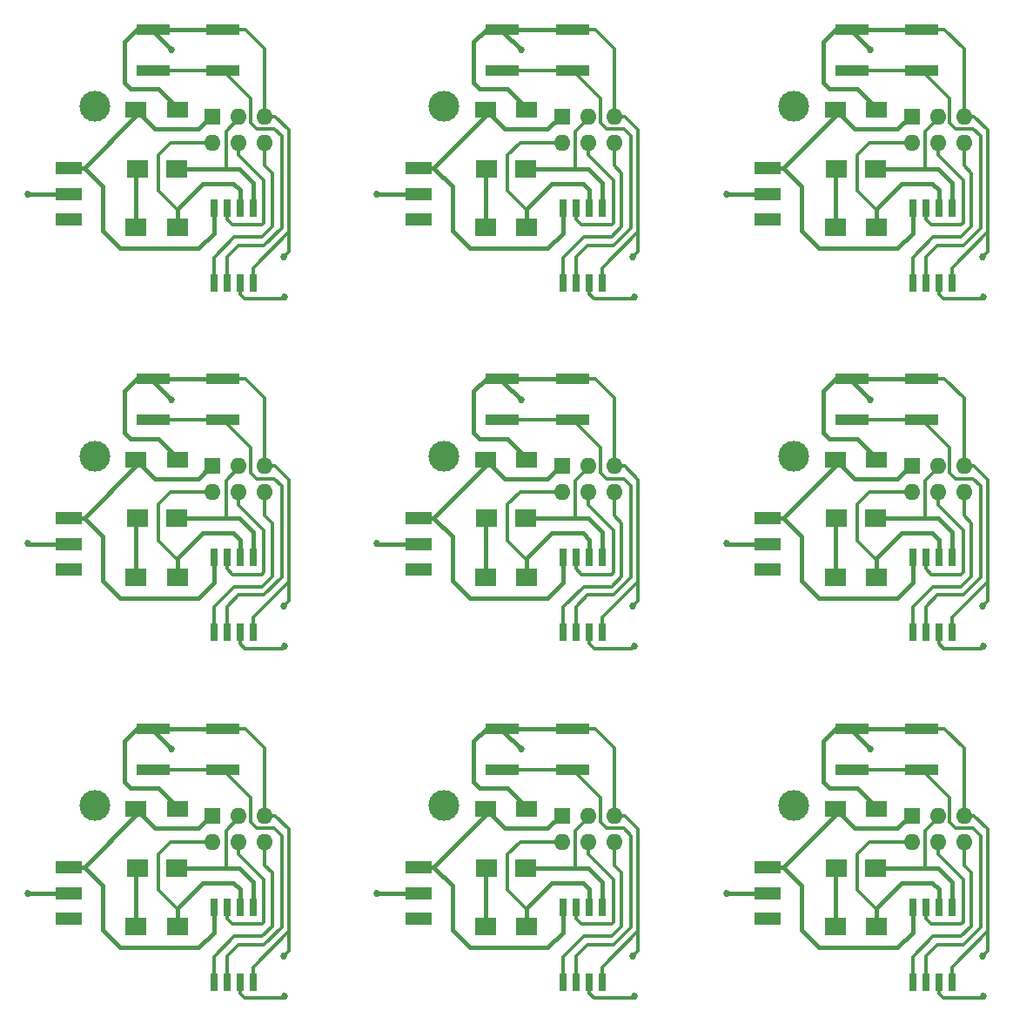
<source format=gtl>
%MOIN*%
%OFA0B0*%
%FSLAX46Y46*%
%IPPOS*%
%LPD*%
%ADD10C,0.0039370078740157488*%
%ADD11O,0.062992125984251982X0.062992125984251982*%
%ADD12R,0.062992125984251982X0.062992125984251982*%
%ADD13R,0.12598425196850396X0.03937007874015748*%
%ADD14R,0.0984251968503937X0.047244094488188976*%
%ADD15R,0.025590551181102365X0.066929133858267723*%
%ADD16R,0.07874015748031496X0.0709*%
%ADD17C,0.11811023622047245*%
%ADD18R,0.07874015748031496X0.062992125984251982*%
%ADD19R,0.07874015748031496X0.066929133858267723*%
%ADD20C,0.027*%
%ADD21C,0.016*%
%ADD22C,0.012000000000000002*%
%ADD33C,0.0039370078740157488*%
%ADD34O,0.062992125984251982X0.062992125984251982*%
%ADD35R,0.062992125984251982X0.062992125984251982*%
%ADD36R,0.12598425196850396X0.03937007874015748*%
%ADD37R,0.0984251968503937X0.047244094488188976*%
%ADD38R,0.025590551181102365X0.066929133858267723*%
%ADD39R,0.07874015748031496X0.0709*%
%ADD40C,0.11811023622047245*%
%ADD41R,0.07874015748031496X0.062992125984251982*%
%ADD42R,0.07874015748031496X0.066929133858267723*%
%ADD43C,0.027*%
%ADD44C,0.016*%
%ADD45C,0.012000000000000002*%
%ADD46C,0.0039370078740157488*%
%ADD47O,0.062992125984251982X0.062992125984251982*%
%ADD48R,0.062992125984251982X0.062992125984251982*%
%ADD49R,0.12598425196850396X0.03937007874015748*%
%ADD50R,0.0984251968503937X0.047244094488188976*%
%ADD51R,0.025590551181102365X0.066929133858267723*%
%ADD52R,0.07874015748031496X0.0709*%
%ADD53C,0.11811023622047245*%
%ADD54R,0.07874015748031496X0.062992125984251982*%
%ADD55R,0.07874015748031496X0.066929133858267723*%
%ADD56C,0.027*%
%ADD57C,0.016*%
%ADD58C,0.012000000000000002*%
%ADD59C,0.0039370078740157488*%
%ADD60O,0.062992125984251982X0.062992125984251982*%
%ADD61R,0.062992125984251982X0.062992125984251982*%
%ADD62R,0.12598425196850396X0.03937007874015748*%
%ADD63R,0.0984251968503937X0.047244094488188976*%
%ADD64R,0.025590551181102365X0.066929133858267723*%
%ADD65R,0.07874015748031496X0.0709*%
%ADD66C,0.11811023622047245*%
%ADD67R,0.07874015748031496X0.062992125984251982*%
%ADD68R,0.07874015748031496X0.066929133858267723*%
%ADD69C,0.027*%
%ADD70C,0.016*%
%ADD71C,0.012000000000000002*%
%ADD72C,0.0039370078740157488*%
%ADD73O,0.062992125984251982X0.062992125984251982*%
%ADD74R,0.062992125984251982X0.062992125984251982*%
%ADD75R,0.12598425196850396X0.03937007874015748*%
%ADD76R,0.0984251968503937X0.047244094488188976*%
%ADD77R,0.025590551181102365X0.066929133858267723*%
%ADD78R,0.07874015748031496X0.0709*%
%ADD79C,0.11811023622047245*%
%ADD80R,0.07874015748031496X0.062992125984251982*%
%ADD81R,0.07874015748031496X0.066929133858267723*%
%ADD82C,0.027*%
%ADD83C,0.016*%
%ADD84C,0.012000000000000002*%
%ADD85C,0.0039370078740157488*%
%ADD86O,0.062992125984251982X0.062992125984251982*%
%ADD87R,0.062992125984251982X0.062992125984251982*%
%ADD88R,0.12598425196850396X0.03937007874015748*%
%ADD89R,0.0984251968503937X0.047244094488188976*%
%ADD90R,0.025590551181102365X0.066929133858267723*%
%ADD91R,0.07874015748031496X0.0709*%
%ADD92C,0.11811023622047245*%
%ADD93R,0.07874015748031496X0.062992125984251982*%
%ADD94R,0.07874015748031496X0.066929133858267723*%
%ADD95C,0.027*%
%ADD96C,0.016*%
%ADD97C,0.012000000000000002*%
%ADD98C,0.0039370078740157488*%
%ADD99O,0.062992125984251982X0.062992125984251982*%
%ADD100R,0.062992125984251982X0.062992125984251982*%
%ADD101R,0.12598425196850396X0.03937007874015748*%
%ADD102R,0.0984251968503937X0.047244094488188976*%
%ADD103R,0.025590551181102365X0.066929133858267723*%
%ADD104R,0.07874015748031496X0.0709*%
%ADD105C,0.11811023622047245*%
%ADD106R,0.07874015748031496X0.062992125984251982*%
%ADD107R,0.07874015748031496X0.066929133858267723*%
%ADD108C,0.027*%
%ADD109C,0.016*%
%ADD110C,0.012000000000000002*%
%ADD111C,0.0039370078740157488*%
%ADD112O,0.062992125984251982X0.062992125984251982*%
%ADD113R,0.062992125984251982X0.062992125984251982*%
%ADD114R,0.12598425196850396X0.03937007874015748*%
%ADD115R,0.0984251968503937X0.047244094488188976*%
%ADD116R,0.025590551181102365X0.066929133858267723*%
%ADD117R,0.07874015748031496X0.0709*%
%ADD118C,0.11811023622047245*%
%ADD119R,0.07874015748031496X0.062992125984251982*%
%ADD120R,0.07874015748031496X0.066929133858267723*%
%ADD121C,0.027*%
%ADD122C,0.016*%
%ADD123C,0.012000000000000002*%
%ADD124C,0.0039370078740157488*%
%ADD125O,0.062992125984251982X0.062992125984251982*%
%ADD126R,0.062992125984251982X0.062992125984251982*%
%ADD127R,0.12598425196850396X0.03937007874015748*%
%ADD128R,0.0984251968503937X0.047244094488188976*%
%ADD129R,0.025590551181102365X0.066929133858267723*%
%ADD130R,0.07874015748031496X0.0709*%
%ADD131C,0.11811023622047245*%
%ADD132R,0.07874015748031496X0.062992125984251982*%
%ADD133R,0.07874015748031496X0.066929133858267723*%
%ADD134C,0.027*%
%ADD135C,0.016*%
%ADD136C,0.012000000000000002*%
G01G01*
D10*
D11*
X-0007414173Y0004104330D02*
X0000925196Y0000629921D03*
D12*
X0000925196Y0000729921D03*
D11*
X0001025196Y0000629921D03*
X0001025196Y0000729921D03*
X0001125196Y0000629921D03*
X0001125196Y0000729921D03*
D13*
X0000696850Y0001062992D03*
X0000696850Y0000905511D03*
X0000964566Y0000905511D03*
X0000964566Y0001062992D03*
D14*
X0000374015Y0000531496D03*
X0000374015Y0000431496D03*
X0000374015Y0000334645D03*
D15*
X0000928936Y0000092519D03*
X0000978936Y0000092519D03*
X0001028936Y0000092519D03*
X0001078936Y0000092519D03*
X0001078936Y0000379921D03*
X0001028936Y0000379921D03*
X0000978936Y0000379921D03*
X0000928936Y0000379921D03*
D16*
X0000785826Y0000529330D03*
X0000635826Y0000529330D03*
D17*
X0000472440Y0000767716D03*
D18*
X0000789566Y0000754330D03*
X0000632086Y0000754330D03*
D19*
X0000632086Y0000304330D03*
X0000789566Y0000304330D03*
D20*
X0000767716Y0000984251D03*
X0001196850Y0000192913D03*
X0000216535Y0000433070D03*
X0001200787Y0000039370D03*
D21*
X0000767716Y0000984251D02*
X0000696850Y0001055118D01*
X0000696850Y0001055118D02*
X0000696850Y0001062992D01*
D22*
X0001216535Y0000212598D02*
X0001216535Y0000287401D01*
X0001196850Y0000192913D02*
X0001216535Y0000212598D01*
D21*
X0000789566Y0000754330D02*
X0000789566Y0000761614D01*
X0000789566Y0000761614D02*
X0000716535Y0000834645D01*
X0000716535Y0000834645D02*
X0000610235Y0000834645D01*
X0000610235Y0000834645D02*
X0000586613Y0000858267D01*
X0000586613Y0000858267D02*
X0000586613Y0001015747D01*
X0000586613Y0001015747D02*
X0000633857Y0001062992D01*
X0000633857Y0001062992D02*
X0000696850Y0001062992D01*
D22*
X0001125196Y0000729921D02*
X0001125196Y0000988976D01*
X0001051180Y0001062992D02*
X0000964566Y0001062992D01*
X0001125196Y0000988976D02*
X0001051180Y0001062992D01*
X0001078936Y0000092519D02*
X0001078936Y0000149803D01*
X0001163779Y0000729921D02*
X0001125196Y0000729921D01*
X0001216535Y0000677165D02*
X0001163779Y0000729921D01*
X0001216535Y0000287401D02*
X0001216535Y0000677165D01*
X0001078936Y0000149803D02*
X0001216535Y0000287401D01*
D21*
X0000964566Y0001062992D02*
X0000696850Y0001062992D01*
X0001078936Y0000092519D02*
X0001078936Y0000114370D01*
X0000928936Y0000379921D02*
X0000928936Y0000283267D01*
X0000503936Y0000460629D02*
X0000433070Y0000531496D01*
X0000503936Y0000291338D02*
X0000503936Y0000460629D01*
X0000570865Y0000224409D02*
X0000503936Y0000291338D01*
X0000870078Y0000224409D02*
X0000570865Y0000224409D01*
X0000928936Y0000283267D02*
X0000870078Y0000224409D01*
X0000925196Y0000729921D02*
X0000918897Y0000729921D01*
X0000918897Y0000729921D02*
X0000870078Y0000681102D01*
X0000870078Y0000681102D02*
X0000705314Y0000681102D01*
X0000705314Y0000681102D02*
X0000632086Y0000754330D01*
X0000374015Y0000531496D02*
X0000433070Y0000531496D01*
X0000433070Y0000531496D02*
X0000632086Y0000730511D01*
X0000632086Y0000730511D02*
X0000632086Y0000754330D01*
X0000218109Y0000431496D02*
X0000374015Y0000431496D01*
X0000216535Y0000433070D02*
X0000218109Y0000431496D01*
X0000632086Y0000304330D02*
X0000632086Y0000525590D01*
X0000632086Y0000525590D02*
X0000635826Y0000529330D01*
D22*
X0000928936Y0000092519D02*
X0000928936Y0000188779D01*
X0001125196Y0000540157D02*
X0001125196Y0000629921D01*
X0001153542Y0000511811D02*
X0001125196Y0000540157D01*
X0001153542Y0000307086D02*
X0001153542Y0000511811D01*
X0001114172Y0000267716D02*
X0001153542Y0000307086D01*
X0001007873Y0000267716D02*
X0001114172Y0000267716D01*
X0000928936Y0000188779D02*
X0001007873Y0000267716D01*
X0000964566Y0000905511D02*
X0000696850Y0000905511D01*
X0000978936Y0000092519D02*
X0000978936Y0000191535D01*
X0001070865Y0000799212D02*
X0000964566Y0000905511D01*
X0001070865Y0000704724D02*
X0001070865Y0000799212D01*
X0001094487Y0000681102D02*
X0001070865Y0000704724D01*
X0001161417Y0000681102D02*
X0001094487Y0000681102D01*
X0001188976Y0000653543D02*
X0001161417Y0000681102D01*
X0001188976Y0000303149D02*
X0001188976Y0000653543D01*
X0001122046Y0000236220D02*
X0001188976Y0000303149D01*
X0001023621Y0000236220D02*
X0001122046Y0000236220D01*
X0000978936Y0000191535D02*
X0001023621Y0000236220D01*
X0001200787Y0000039370D02*
X0001192913Y0000031496D01*
X0001192913Y0000031496D02*
X0001047243Y0000031496D01*
X0001047243Y0000031496D02*
X0001028936Y0000049803D01*
X0001028936Y0000049803D02*
X0001028936Y0000092519D01*
X0001025196Y0000729921D02*
X0001025196Y0000722047D01*
X0001025196Y0000722047D02*
X0000976377Y0000673228D01*
X0000976377Y0000673228D02*
X0000976377Y0000529330D01*
D21*
X0000785826Y0000529330D02*
X0000976377Y0000529330D01*
X0000976377Y0000529330D02*
X0001025787Y0000529330D01*
X0001078936Y0000476181D02*
X0001078936Y0000379921D01*
X0001025787Y0000529330D02*
X0001078936Y0000476181D01*
D22*
X0000789566Y0000304330D02*
X0000789566Y0000371850D01*
X0000763779Y0000629921D02*
X0000925196Y0000629921D01*
X0000716535Y0000582677D02*
X0000763779Y0000629921D01*
X0000716535Y0000444881D02*
X0000716535Y0000582677D01*
X0000789566Y0000371850D02*
X0000716535Y0000444881D01*
D21*
X0001028936Y0000379921D02*
X0001028936Y0000447440D01*
X0000789566Y0000376181D02*
X0000789566Y0000304330D01*
X0000885826Y0000472440D02*
X0000789566Y0000376181D01*
X0001003936Y0000472440D02*
X0000885826Y0000472440D01*
X0001028936Y0000447440D02*
X0001003936Y0000472440D01*
D22*
X0000978936Y0000379921D02*
X0000978936Y0000336023D01*
X0001025196Y0000581102D02*
X0001025196Y0000629921D01*
X0001122046Y0000484251D02*
X0001025196Y0000581102D01*
X0001122046Y0000322834D02*
X0001122046Y0000484251D01*
X0001114172Y0000314960D02*
X0001122046Y0000322834D01*
X0000999999Y0000314960D02*
X0001114172Y0000314960D01*
X0000978936Y0000336023D02*
X0000999999Y0000314960D01*
G04 next file*
G04 #@! TF.FileFunction,Copper,L1,Top,Signal*
G04 Gerber Fmt 4.6, Leading zero omitted, Abs format (unit mm)*
G04 Created by KiCad (PCBNEW 4.0.7) date 01/30/18 20:10:09*
G01G01*
G04 APERTURE LIST*
G04 APERTURE END LIST*
D33*
D34*
X-0007414173Y0005442913D02*
X0000925196Y0001968503D03*
D35*
X0000925196Y0002068503D03*
D34*
X0001025196Y0001968503D03*
X0001025196Y0002068503D03*
X0001125196Y0001968503D03*
X0001125196Y0002068503D03*
D36*
X0000696850Y0002401574D03*
X0000696850Y0002244094D03*
X0000964566Y0002244094D03*
X0000964566Y0002401574D03*
D37*
X0000374015Y0001870078D03*
X0000374015Y0001770078D03*
X0000374015Y0001673228D03*
D38*
X0000928936Y0001431102D03*
X0000978936Y0001431102D03*
X0001028936Y0001431102D03*
X0001078936Y0001431102D03*
X0001078936Y0001718503D03*
X0001028936Y0001718503D03*
X0000978936Y0001718503D03*
X0000928936Y0001718503D03*
D39*
X0000785826Y0001867913D03*
X0000635826Y0001867913D03*
D40*
X0000472440Y0002106299D03*
D41*
X0000789566Y0002092913D03*
X0000632086Y0002092913D03*
D42*
X0000632086Y0001642913D03*
X0000789566Y0001642913D03*
D43*
X0000767716Y0002322834D03*
X0001196850Y0001531496D03*
X0000216535Y0001771653D03*
X0001200787Y0001377952D03*
D44*
X0000767716Y0002322834D02*
X0000696850Y0002393700D01*
X0000696850Y0002393700D02*
X0000696850Y0002401574D01*
D45*
X0001216535Y0001551181D02*
X0001216535Y0001625984D01*
X0001196850Y0001531496D02*
X0001216535Y0001551181D01*
D44*
X0000789566Y0002092913D02*
X0000789566Y0002100196D01*
X0000789566Y0002100196D02*
X0000716535Y0002173228D01*
X0000716535Y0002173228D02*
X0000610235Y0002173228D01*
X0000610235Y0002173228D02*
X0000586613Y0002196850D01*
X0000586613Y0002196850D02*
X0000586613Y0002354330D01*
X0000586613Y0002354330D02*
X0000633857Y0002401574D01*
X0000633857Y0002401574D02*
X0000696850Y0002401574D01*
D45*
X0001125196Y0002068503D02*
X0001125196Y0002327559D01*
X0001051180Y0002401574D02*
X0000964566Y0002401574D01*
X0001125196Y0002327559D02*
X0001051180Y0002401574D01*
X0001078936Y0001431102D02*
X0001078936Y0001488385D01*
X0001163779Y0002068503D02*
X0001125196Y0002068503D01*
X0001216535Y0002015748D02*
X0001163779Y0002068503D01*
X0001216535Y0001625984D02*
X0001216535Y0002015748D01*
X0001078936Y0001488385D02*
X0001216535Y0001625984D01*
D44*
X0000964566Y0002401574D02*
X0000696850Y0002401574D01*
X0001078936Y0001431102D02*
X0001078936Y0001452952D01*
X0000928936Y0001718503D02*
X0000928936Y0001621850D01*
X0000503936Y0001799212D02*
X0000433070Y0001870078D01*
X0000503936Y0001629921D02*
X0000503936Y0001799212D01*
X0000570865Y0001562992D02*
X0000503936Y0001629921D01*
X0000870078Y0001562992D02*
X0000570865Y0001562992D01*
X0000928936Y0001621850D02*
X0000870078Y0001562992D01*
X0000925196Y0002068503D02*
X0000918897Y0002068503D01*
X0000918897Y0002068503D02*
X0000870078Y0002019685D01*
X0000870078Y0002019685D02*
X0000705314Y0002019685D01*
X0000705314Y0002019685D02*
X0000632086Y0002092913D01*
X0000374015Y0001870078D02*
X0000433070Y0001870078D01*
X0000433070Y0001870078D02*
X0000632086Y0002069094D01*
X0000632086Y0002069094D02*
X0000632086Y0002092913D01*
X0000218109Y0001770078D02*
X0000374015Y0001770078D01*
X0000216535Y0001771653D02*
X0000218109Y0001770078D01*
X0000632086Y0001642913D02*
X0000632086Y0001864173D01*
X0000632086Y0001864173D02*
X0000635826Y0001867913D01*
D45*
X0000928936Y0001431102D02*
X0000928936Y0001527362D01*
X0001125196Y0001878740D02*
X0001125196Y0001968503D01*
X0001153542Y0001850393D02*
X0001125196Y0001878740D01*
X0001153542Y0001645669D02*
X0001153542Y0001850393D01*
X0001114172Y0001606299D02*
X0001153542Y0001645669D01*
X0001007873Y0001606299D02*
X0001114172Y0001606299D01*
X0000928936Y0001527362D02*
X0001007873Y0001606299D01*
X0000964566Y0002244094D02*
X0000696850Y0002244094D01*
X0000978936Y0001431102D02*
X0000978936Y0001530118D01*
X0001070865Y0002137795D02*
X0000964566Y0002244094D01*
X0001070865Y0002043307D02*
X0001070865Y0002137795D01*
X0001094487Y0002019685D02*
X0001070865Y0002043307D01*
X0001161417Y0002019685D02*
X0001094487Y0002019685D01*
X0001188976Y0001992125D02*
X0001161417Y0002019685D01*
X0001188976Y0001641732D02*
X0001188976Y0001992125D01*
X0001122046Y0001574803D02*
X0001188976Y0001641732D01*
X0001023621Y0001574803D02*
X0001122046Y0001574803D01*
X0000978936Y0001530118D02*
X0001023621Y0001574803D01*
X0001200787Y0001377952D02*
X0001192913Y0001370078D01*
X0001192913Y0001370078D02*
X0001047243Y0001370078D01*
X0001047243Y0001370078D02*
X0001028936Y0001388385D01*
X0001028936Y0001388385D02*
X0001028936Y0001431102D01*
X0001025196Y0002068503D02*
X0001025196Y0002060629D01*
X0001025196Y0002060629D02*
X0000976377Y0002011810D01*
X0000976377Y0002011810D02*
X0000976377Y0001867913D01*
D44*
X0000785826Y0001867913D02*
X0000976377Y0001867913D01*
X0000976377Y0001867913D02*
X0001025787Y0001867913D01*
X0001078936Y0001814763D02*
X0001078936Y0001718503D01*
X0001025787Y0001867913D02*
X0001078936Y0001814763D01*
D45*
X0000789566Y0001642913D02*
X0000789566Y0001710433D01*
X0000763779Y0001968503D02*
X0000925196Y0001968503D01*
X0000716535Y0001921259D02*
X0000763779Y0001968503D01*
X0000716535Y0001783464D02*
X0000716535Y0001921259D01*
X0000789566Y0001710433D02*
X0000716535Y0001783464D01*
D44*
X0001028936Y0001718503D02*
X0001028936Y0001786023D01*
X0000789566Y0001714763D02*
X0000789566Y0001642913D01*
X0000885826Y0001811023D02*
X0000789566Y0001714763D01*
X0001003936Y0001811023D02*
X0000885826Y0001811023D01*
X0001028936Y0001786023D02*
X0001003936Y0001811023D01*
D45*
X0000978936Y0001718503D02*
X0000978936Y0001674606D01*
X0001025196Y0001919685D02*
X0001025196Y0001968503D01*
X0001122046Y0001822834D02*
X0001025196Y0001919685D01*
X0001122046Y0001661417D02*
X0001122046Y0001822834D01*
X0001114172Y0001653543D02*
X0001122046Y0001661417D01*
X0000999999Y0001653543D02*
X0001114172Y0001653543D01*
X0000978936Y0001674606D02*
X0000999999Y0001653543D01*
G04 next file*
G04 #@! TF.FileFunction,Copper,L1,Top,Signal*
G04 Gerber Fmt 4.6, Leading zero omitted, Abs format (unit mm)*
G04 Created by KiCad (PCBNEW 4.0.7) date 01/30/18 20:10:09*
G01G01*
G04 APERTURE LIST*
G04 APERTURE END LIST*
D46*
D47*
X-0007414173Y0006781496D02*
X0000925196Y0003307086D03*
D48*
X0000925196Y0003407086D03*
D47*
X0001025196Y0003307086D03*
X0001025196Y0003407086D03*
X0001125196Y0003307086D03*
X0001125196Y0003407086D03*
D49*
X0000696850Y0003740157D03*
X0000696850Y0003582677D03*
X0000964566Y0003582677D03*
X0000964566Y0003740157D03*
D50*
X0000374015Y0003208661D03*
X0000374015Y0003108661D03*
X0000374015Y0003011811D03*
D51*
X0000928936Y0002769685D03*
X0000978936Y0002769685D03*
X0001028936Y0002769685D03*
X0001078936Y0002769685D03*
X0001078936Y0003057086D03*
X0001028936Y0003057086D03*
X0000978936Y0003057086D03*
X0000928936Y0003057086D03*
D52*
X0000785826Y0003206496D03*
X0000635826Y0003206496D03*
D53*
X0000472440Y0003444881D03*
D54*
X0000789566Y0003431496D03*
X0000632086Y0003431496D03*
D55*
X0000632086Y0002981496D03*
X0000789566Y0002981496D03*
D56*
X0000767716Y0003661417D03*
X0001196850Y0002870078D03*
X0000216535Y0003110236D03*
X0001200787Y0002716535D03*
D57*
X0000767716Y0003661417D02*
X0000696850Y0003732283D01*
X0000696850Y0003732283D02*
X0000696850Y0003740157D01*
D58*
X0001216535Y0002889763D02*
X0001216535Y0002964566D01*
X0001196850Y0002870078D02*
X0001216535Y0002889763D01*
D57*
X0000789566Y0003431496D02*
X0000789566Y0003438779D01*
X0000789566Y0003438779D02*
X0000716535Y0003511811D01*
X0000716535Y0003511811D02*
X0000610235Y0003511811D01*
X0000610235Y0003511811D02*
X0000586613Y0003535433D01*
X0000586613Y0003535433D02*
X0000586613Y0003692913D01*
X0000586613Y0003692913D02*
X0000633857Y0003740157D01*
X0000633857Y0003740157D02*
X0000696850Y0003740157D01*
D58*
X0001125196Y0003407086D02*
X0001125196Y0003666141D01*
X0001051180Y0003740157D02*
X0000964566Y0003740157D01*
X0001125196Y0003666141D02*
X0001051180Y0003740157D01*
X0001078936Y0002769685D02*
X0001078936Y0002826968D01*
X0001163779Y0003407086D02*
X0001125196Y0003407086D01*
X0001216535Y0003354330D02*
X0001163779Y0003407086D01*
X0001216535Y0002964566D02*
X0001216535Y0003354330D01*
X0001078936Y0002826968D02*
X0001216535Y0002964566D01*
D57*
X0000964566Y0003740157D02*
X0000696850Y0003740157D01*
X0001078936Y0002769685D02*
X0001078936Y0002791535D01*
X0000928936Y0003057086D02*
X0000928936Y0002960433D01*
X0000503936Y0003137795D02*
X0000433070Y0003208661D01*
X0000503936Y0002968503D02*
X0000503936Y0003137795D01*
X0000570865Y0002901574D02*
X0000503936Y0002968503D01*
X0000870078Y0002901574D02*
X0000570865Y0002901574D01*
X0000928936Y0002960433D02*
X0000870078Y0002901574D01*
X0000925196Y0003407086D02*
X0000918897Y0003407086D01*
X0000918897Y0003407086D02*
X0000870078Y0003358267D01*
X0000870078Y0003358267D02*
X0000705314Y0003358267D01*
X0000705314Y0003358267D02*
X0000632086Y0003431496D01*
X0000374015Y0003208661D02*
X0000433070Y0003208661D01*
X0000433070Y0003208661D02*
X0000632086Y0003407677D01*
X0000632086Y0003407677D02*
X0000632086Y0003431496D01*
X0000218109Y0003108661D02*
X0000374015Y0003108661D01*
X0000216535Y0003110236D02*
X0000218109Y0003108661D01*
X0000632086Y0002981496D02*
X0000632086Y0003202755D01*
X0000632086Y0003202755D02*
X0000635826Y0003206496D01*
D58*
X0000928936Y0002769685D02*
X0000928936Y0002865944D01*
X0001125196Y0003217322D02*
X0001125196Y0003307086D01*
X0001153542Y0003188976D02*
X0001125196Y0003217322D01*
X0001153542Y0002984251D02*
X0001153542Y0003188976D01*
X0001114172Y0002944881D02*
X0001153542Y0002984251D01*
X0001007873Y0002944881D02*
X0001114172Y0002944881D01*
X0000928936Y0002865944D02*
X0001007873Y0002944881D01*
X0000964566Y0003582677D02*
X0000696850Y0003582677D01*
X0000978936Y0002769685D02*
X0000978936Y0002868700D01*
X0001070865Y0003476377D02*
X0000964566Y0003582677D01*
X0001070865Y0003381889D02*
X0001070865Y0003476377D01*
X0001094487Y0003358267D02*
X0001070865Y0003381889D01*
X0001161417Y0003358267D02*
X0001094487Y0003358267D01*
X0001188976Y0003330708D02*
X0001161417Y0003358267D01*
X0001188976Y0002980314D02*
X0001188976Y0003330708D01*
X0001122046Y0002913385D02*
X0001188976Y0002980314D01*
X0001023621Y0002913385D02*
X0001122046Y0002913385D01*
X0000978936Y0002868700D02*
X0001023621Y0002913385D01*
X0001200787Y0002716535D02*
X0001192913Y0002708661D01*
X0001192913Y0002708661D02*
X0001047243Y0002708661D01*
X0001047243Y0002708661D02*
X0001028936Y0002726968D01*
X0001028936Y0002726968D02*
X0001028936Y0002769685D01*
X0001025196Y0003407086D02*
X0001025196Y0003399212D01*
X0001025196Y0003399212D02*
X0000976377Y0003350393D01*
X0000976377Y0003350393D02*
X0000976377Y0003206496D01*
D57*
X0000785826Y0003206496D02*
X0000976377Y0003206496D01*
X0000976377Y0003206496D02*
X0001025787Y0003206496D01*
X0001078936Y0003153346D02*
X0001078936Y0003057086D01*
X0001025787Y0003206496D02*
X0001078936Y0003153346D01*
D58*
X0000789566Y0002981496D02*
X0000789566Y0003049015D01*
X0000763779Y0003307086D02*
X0000925196Y0003307086D01*
X0000716535Y0003259842D02*
X0000763779Y0003307086D01*
X0000716535Y0003122047D02*
X0000716535Y0003259842D01*
X0000789566Y0003049015D02*
X0000716535Y0003122047D01*
D57*
X0001028936Y0003057086D02*
X0001028936Y0003124606D01*
X0000789566Y0003053346D02*
X0000789566Y0002981496D01*
X0000885826Y0003149606D02*
X0000789566Y0003053346D01*
X0001003936Y0003149606D02*
X0000885826Y0003149606D01*
X0001028936Y0003124606D02*
X0001003936Y0003149606D01*
D58*
X0000978936Y0003057086D02*
X0000978936Y0003013188D01*
X0001025196Y0003258267D02*
X0001025196Y0003307086D01*
X0001122046Y0003161417D02*
X0001025196Y0003258267D01*
X0001122046Y0003000000D02*
X0001122046Y0003161417D01*
X0001114172Y0002992125D02*
X0001122046Y0003000000D01*
X0000999999Y0002992125D02*
X0001114172Y0002992125D01*
X0000978936Y0003013188D02*
X0000999999Y0002992125D01*
G04 next file*
G04 #@! TF.FileFunction,Copper,L1,Top,Signal*
G04 Gerber Fmt 4.6, Leading zero omitted, Abs format (unit mm)*
G04 Created by KiCad (PCBNEW 4.0.7) date 01/30/18 20:10:09*
G01G01*
G04 APERTURE LIST*
G04 APERTURE END LIST*
D59*
D60*
X-0006075590Y0004104330D02*
X0002263779Y0000629921D03*
D61*
X0002263779Y0000729921D03*
D60*
X0002363779Y0000629921D03*
X0002363779Y0000729921D03*
X0002463779Y0000629921D03*
X0002463779Y0000729921D03*
D62*
X0002035432Y0001062992D03*
X0002035432Y0000905511D03*
X0002303149Y0000905511D03*
X0002303149Y0001062992D03*
D63*
X0001712598Y0000531496D03*
X0001712598Y0000431496D03*
X0001712598Y0000334645D03*
D64*
X0002267519Y0000092519D03*
X0002317519Y0000092519D03*
X0002367519Y0000092519D03*
X0002417519Y0000092519D03*
X0002417519Y0000379921D03*
X0002367519Y0000379921D03*
X0002317519Y0000379921D03*
X0002267519Y0000379921D03*
D65*
X0002124409Y0000529330D03*
X0001974409Y0000529330D03*
D66*
X0001811023Y0000767716D03*
D67*
X0002128149Y0000754330D03*
X0001970668Y0000754330D03*
D68*
X0001970668Y0000304330D03*
X0002128149Y0000304330D03*
D69*
X0002106298Y0000984251D03*
X0002535432Y0000192913D03*
X0001555117Y0000433070D03*
X0002539369Y0000039370D03*
D70*
X0002106298Y0000984251D02*
X0002035432Y0001055118D01*
X0002035432Y0001055118D02*
X0002035432Y0001062992D01*
D71*
X0002555117Y0000212598D02*
X0002555117Y0000287401D01*
X0002535432Y0000192913D02*
X0002555117Y0000212598D01*
D70*
X0002128149Y0000754330D02*
X0002128149Y0000761614D01*
X0002128149Y0000761614D02*
X0002055117Y0000834645D01*
X0002055117Y0000834645D02*
X0001948818Y0000834645D01*
X0001948818Y0000834645D02*
X0001925196Y0000858267D01*
X0001925196Y0000858267D02*
X0001925196Y0001015747D01*
X0001925196Y0001015747D02*
X0001972440Y0001062992D01*
X0001972440Y0001062992D02*
X0002035432Y0001062992D01*
D71*
X0002463779Y0000729921D02*
X0002463779Y0000988976D01*
X0002389763Y0001062992D02*
X0002303149Y0001062992D01*
X0002463779Y0000988976D02*
X0002389763Y0001062992D01*
X0002417519Y0000092519D02*
X0002417519Y0000149803D01*
X0002502361Y0000729921D02*
X0002463779Y0000729921D01*
X0002555117Y0000677165D02*
X0002502361Y0000729921D01*
X0002555117Y0000287401D02*
X0002555117Y0000677165D01*
X0002417519Y0000149803D02*
X0002555117Y0000287401D01*
D70*
X0002303149Y0001062992D02*
X0002035432Y0001062992D01*
X0002417519Y0000092519D02*
X0002417519Y0000114370D01*
X0002267519Y0000379921D02*
X0002267519Y0000283267D01*
X0001842519Y0000460629D02*
X0001771653Y0000531496D01*
X0001842519Y0000291338D02*
X0001842519Y0000460629D01*
X0001909448Y0000224409D02*
X0001842519Y0000291338D01*
X0002208661Y0000224409D02*
X0001909448Y0000224409D01*
X0002267519Y0000283267D02*
X0002208661Y0000224409D01*
X0002263779Y0000729921D02*
X0002257480Y0000729921D01*
X0002257480Y0000729921D02*
X0002208661Y0000681102D01*
X0002208661Y0000681102D02*
X0002043897Y0000681102D01*
X0002043897Y0000681102D02*
X0001970668Y0000754330D01*
X0001712598Y0000531496D02*
X0001771653Y0000531496D01*
X0001771653Y0000531496D02*
X0001970668Y0000730511D01*
X0001970668Y0000730511D02*
X0001970668Y0000754330D01*
X0001556692Y0000431496D02*
X0001712598Y0000431496D01*
X0001555117Y0000433070D02*
X0001556692Y0000431496D01*
X0001970668Y0000304330D02*
X0001970668Y0000525590D01*
X0001970668Y0000525590D02*
X0001974409Y0000529330D01*
D71*
X0002267519Y0000092519D02*
X0002267519Y0000188779D01*
X0002463779Y0000540157D02*
X0002463779Y0000629921D01*
X0002492125Y0000511811D02*
X0002463779Y0000540157D01*
X0002492125Y0000307086D02*
X0002492125Y0000511811D01*
X0002452755Y0000267716D02*
X0002492125Y0000307086D01*
X0002346456Y0000267716D02*
X0002452755Y0000267716D01*
X0002267519Y0000188779D02*
X0002346456Y0000267716D01*
X0002303149Y0000905511D02*
X0002035432Y0000905511D01*
X0002317519Y0000092519D02*
X0002317519Y0000191535D01*
X0002409448Y0000799212D02*
X0002303149Y0000905511D01*
X0002409448Y0000704724D02*
X0002409448Y0000799212D01*
X0002433070Y0000681102D02*
X0002409448Y0000704724D01*
X0002499999Y0000681102D02*
X0002433070Y0000681102D01*
X0002527558Y0000653543D02*
X0002499999Y0000681102D01*
X0002527558Y0000303149D02*
X0002527558Y0000653543D01*
X0002460629Y0000236220D02*
X0002527558Y0000303149D01*
X0002362204Y0000236220D02*
X0002460629Y0000236220D01*
X0002317519Y0000191535D02*
X0002362204Y0000236220D01*
X0002539369Y0000039370D02*
X0002531495Y0000031496D01*
X0002531495Y0000031496D02*
X0002385826Y0000031496D01*
X0002385826Y0000031496D02*
X0002367519Y0000049803D01*
X0002367519Y0000049803D02*
X0002367519Y0000092519D01*
X0002363779Y0000729921D02*
X0002363779Y0000722047D01*
X0002363779Y0000722047D02*
X0002314960Y0000673228D01*
X0002314960Y0000673228D02*
X0002314960Y0000529330D01*
D70*
X0002124409Y0000529330D02*
X0002314960Y0000529330D01*
X0002314960Y0000529330D02*
X0002364369Y0000529330D01*
X0002417519Y0000476181D02*
X0002417519Y0000379921D01*
X0002364369Y0000529330D02*
X0002417519Y0000476181D01*
D71*
X0002128149Y0000304330D02*
X0002128149Y0000371850D01*
X0002102361Y0000629921D02*
X0002263779Y0000629921D01*
X0002055117Y0000582677D02*
X0002102361Y0000629921D01*
X0002055117Y0000444881D02*
X0002055117Y0000582677D01*
X0002128149Y0000371850D02*
X0002055117Y0000444881D01*
D70*
X0002367519Y0000379921D02*
X0002367519Y0000447440D01*
X0002128149Y0000376181D02*
X0002128149Y0000304330D01*
X0002224409Y0000472440D02*
X0002128149Y0000376181D01*
X0002342519Y0000472440D02*
X0002224409Y0000472440D01*
X0002367519Y0000447440D02*
X0002342519Y0000472440D01*
D71*
X0002317519Y0000379921D02*
X0002317519Y0000336023D01*
X0002363779Y0000581102D02*
X0002363779Y0000629921D01*
X0002460629Y0000484251D02*
X0002363779Y0000581102D01*
X0002460629Y0000322834D02*
X0002460629Y0000484251D01*
X0002452755Y0000314960D02*
X0002460629Y0000322834D01*
X0002338582Y0000314960D02*
X0002452755Y0000314960D01*
X0002317519Y0000336023D02*
X0002338582Y0000314960D01*
G04 next file*
G04 #@! TF.FileFunction,Copper,L1,Top,Signal*
G04 Gerber Fmt 4.6, Leading zero omitted, Abs format (unit mm)*
G04 Created by KiCad (PCBNEW 4.0.7) date 01/30/18 20:10:09*
G01G01*
G04 APERTURE LIST*
G04 APERTURE END LIST*
D72*
D73*
X-0004737007Y0004104330D02*
X0003602362Y0000629921D03*
D74*
X0003602362Y0000729921D03*
D73*
X0003702362Y0000629921D03*
X0003702362Y0000729921D03*
X0003802362Y0000629921D03*
X0003802362Y0000729921D03*
D75*
X0003374015Y0001062992D03*
X0003374015Y0000905511D03*
X0003641732Y0000905511D03*
X0003641732Y0001062992D03*
D76*
X0003051181Y0000531496D03*
X0003051181Y0000431496D03*
X0003051181Y0000334645D03*
D77*
X0003606102Y0000092519D03*
X0003656102Y0000092519D03*
X0003706102Y0000092519D03*
X0003756102Y0000092519D03*
X0003756102Y0000379921D03*
X0003706102Y0000379921D03*
X0003656102Y0000379921D03*
X0003606102Y0000379921D03*
D78*
X0003462992Y0000529330D03*
X0003312992Y0000529330D03*
D79*
X0003149606Y0000767716D03*
D80*
X0003466732Y0000754330D03*
X0003309251Y0000754330D03*
D81*
X0003309251Y0000304330D03*
X0003466732Y0000304330D03*
D82*
X0003444881Y0000984251D03*
X0003874015Y0000192913D03*
X0002893700Y0000433070D03*
X0003877952Y0000039370D03*
D83*
X0003444881Y0000984251D02*
X0003374015Y0001055118D01*
X0003374015Y0001055118D02*
X0003374015Y0001062992D01*
D84*
X0003893700Y0000212598D02*
X0003893700Y0000287401D01*
X0003874015Y0000192913D02*
X0003893700Y0000212598D01*
D83*
X0003466732Y0000754330D02*
X0003466732Y0000761614D01*
X0003466732Y0000761614D02*
X0003393700Y0000834645D01*
X0003393700Y0000834645D02*
X0003287401Y0000834645D01*
X0003287401Y0000834645D02*
X0003263779Y0000858267D01*
X0003263779Y0000858267D02*
X0003263779Y0001015747D01*
X0003263779Y0001015747D02*
X0003311023Y0001062992D01*
X0003311023Y0001062992D02*
X0003374015Y0001062992D01*
D84*
X0003802362Y0000729921D02*
X0003802362Y0000988976D01*
X0003728346Y0001062992D02*
X0003641732Y0001062992D01*
X0003802362Y0000988976D02*
X0003728346Y0001062992D01*
X0003756102Y0000092519D02*
X0003756102Y0000149803D01*
X0003840944Y0000729921D02*
X0003802362Y0000729921D01*
X0003893700Y0000677165D02*
X0003840944Y0000729921D01*
X0003893700Y0000287401D02*
X0003893700Y0000677165D01*
X0003756102Y0000149803D02*
X0003893700Y0000287401D01*
D83*
X0003641732Y0001062992D02*
X0003374015Y0001062992D01*
X0003756102Y0000092519D02*
X0003756102Y0000114370D01*
X0003606102Y0000379921D02*
X0003606102Y0000283267D01*
X0003181102Y0000460629D02*
X0003110236Y0000531496D01*
X0003181102Y0000291338D02*
X0003181102Y0000460629D01*
X0003248031Y0000224409D02*
X0003181102Y0000291338D01*
X0003547244Y0000224409D02*
X0003248031Y0000224409D01*
X0003606102Y0000283267D02*
X0003547244Y0000224409D01*
X0003602362Y0000729921D02*
X0003596062Y0000729921D01*
X0003596062Y0000729921D02*
X0003547244Y0000681102D01*
X0003547244Y0000681102D02*
X0003382480Y0000681102D01*
X0003382480Y0000681102D02*
X0003309251Y0000754330D01*
X0003051181Y0000531496D02*
X0003110236Y0000531496D01*
X0003110236Y0000531496D02*
X0003309251Y0000730511D01*
X0003309251Y0000730511D02*
X0003309251Y0000754330D01*
X0002895275Y0000431496D02*
X0003051181Y0000431496D01*
X0002893700Y0000433070D02*
X0002895275Y0000431496D01*
X0003309251Y0000304330D02*
X0003309251Y0000525590D01*
X0003309251Y0000525590D02*
X0003312992Y0000529330D01*
D84*
X0003606102Y0000092519D02*
X0003606102Y0000188779D01*
X0003802362Y0000540157D02*
X0003802362Y0000629921D01*
X0003830708Y0000511811D02*
X0003802362Y0000540157D01*
X0003830708Y0000307086D02*
X0003830708Y0000511811D01*
X0003791338Y0000267716D02*
X0003830708Y0000307086D01*
X0003685039Y0000267716D02*
X0003791338Y0000267716D01*
X0003606102Y0000188779D02*
X0003685039Y0000267716D01*
X0003641732Y0000905511D02*
X0003374015Y0000905511D01*
X0003656102Y0000092519D02*
X0003656102Y0000191535D01*
X0003748031Y0000799212D02*
X0003641732Y0000905511D01*
X0003748031Y0000704724D02*
X0003748031Y0000799212D01*
X0003771653Y0000681102D02*
X0003748031Y0000704724D01*
X0003838582Y0000681102D02*
X0003771653Y0000681102D01*
X0003866141Y0000653543D02*
X0003838582Y0000681102D01*
X0003866141Y0000303149D02*
X0003866141Y0000653543D01*
X0003799212Y0000236220D02*
X0003866141Y0000303149D01*
X0003700787Y0000236220D02*
X0003799212Y0000236220D01*
X0003656102Y0000191535D02*
X0003700787Y0000236220D01*
X0003877952Y0000039370D02*
X0003870078Y0000031496D01*
X0003870078Y0000031496D02*
X0003724409Y0000031496D01*
X0003724409Y0000031496D02*
X0003706102Y0000049803D01*
X0003706102Y0000049803D02*
X0003706102Y0000092519D01*
X0003702362Y0000729921D02*
X0003702362Y0000722047D01*
X0003702362Y0000722047D02*
X0003653543Y0000673228D01*
X0003653543Y0000673228D02*
X0003653543Y0000529330D01*
D83*
X0003462992Y0000529330D02*
X0003653543Y0000529330D01*
X0003653543Y0000529330D02*
X0003702952Y0000529330D01*
X0003756102Y0000476181D02*
X0003756102Y0000379921D01*
X0003702952Y0000529330D02*
X0003756102Y0000476181D01*
D84*
X0003466732Y0000304330D02*
X0003466732Y0000371850D01*
X0003440944Y0000629921D02*
X0003602362Y0000629921D01*
X0003393700Y0000582677D02*
X0003440944Y0000629921D01*
X0003393700Y0000444881D02*
X0003393700Y0000582677D01*
X0003466732Y0000371850D02*
X0003393700Y0000444881D01*
D83*
X0003706102Y0000379921D02*
X0003706102Y0000447440D01*
X0003466732Y0000376181D02*
X0003466732Y0000304330D01*
X0003562992Y0000472440D02*
X0003466732Y0000376181D01*
X0003681102Y0000472440D02*
X0003562992Y0000472440D01*
X0003706102Y0000447440D02*
X0003681102Y0000472440D01*
D84*
X0003656102Y0000379921D02*
X0003656102Y0000336023D01*
X0003702362Y0000581102D02*
X0003702362Y0000629921D01*
X0003799212Y0000484251D02*
X0003702362Y0000581102D01*
X0003799212Y0000322834D02*
X0003799212Y0000484251D01*
X0003791338Y0000314960D02*
X0003799212Y0000322834D01*
X0003677165Y0000314960D02*
X0003791338Y0000314960D01*
X0003656102Y0000336023D02*
X0003677165Y0000314960D01*
G04 next file*
G04 #@! TF.FileFunction,Copper,L1,Top,Signal*
G04 Gerber Fmt 4.6, Leading zero omitted, Abs format (unit mm)*
G04 Created by KiCad (PCBNEW 4.0.7) date 01/30/18 20:10:09*
G01G01*
G04 APERTURE LIST*
G04 APERTURE END LIST*
D85*
D86*
X-0006075590Y0005442913D02*
X0002263779Y0001968503D03*
D87*
X0002263779Y0002068503D03*
D86*
X0002363779Y0001968503D03*
X0002363779Y0002068503D03*
X0002463779Y0001968503D03*
X0002463779Y0002068503D03*
D88*
X0002035432Y0002401574D03*
X0002035432Y0002244094D03*
X0002303149Y0002244094D03*
X0002303149Y0002401574D03*
D89*
X0001712598Y0001870078D03*
X0001712598Y0001770078D03*
X0001712598Y0001673228D03*
D90*
X0002267519Y0001431102D03*
X0002317519Y0001431102D03*
X0002367519Y0001431102D03*
X0002417519Y0001431102D03*
X0002417519Y0001718503D03*
X0002367519Y0001718503D03*
X0002317519Y0001718503D03*
X0002267519Y0001718503D03*
D91*
X0002124409Y0001867913D03*
X0001974409Y0001867913D03*
D92*
X0001811023Y0002106299D03*
D93*
X0002128149Y0002092913D03*
X0001970668Y0002092913D03*
D94*
X0001970668Y0001642913D03*
X0002128149Y0001642913D03*
D95*
X0002106298Y0002322834D03*
X0002535432Y0001531496D03*
X0001555117Y0001771653D03*
X0002539369Y0001377952D03*
D96*
X0002106298Y0002322834D02*
X0002035432Y0002393700D01*
X0002035432Y0002393700D02*
X0002035432Y0002401574D01*
D97*
X0002555117Y0001551181D02*
X0002555117Y0001625984D01*
X0002535432Y0001531496D02*
X0002555117Y0001551181D01*
D96*
X0002128149Y0002092913D02*
X0002128149Y0002100196D01*
X0002128149Y0002100196D02*
X0002055117Y0002173228D01*
X0002055117Y0002173228D02*
X0001948818Y0002173228D01*
X0001948818Y0002173228D02*
X0001925196Y0002196850D01*
X0001925196Y0002196850D02*
X0001925196Y0002354330D01*
X0001925196Y0002354330D02*
X0001972440Y0002401574D01*
X0001972440Y0002401574D02*
X0002035432Y0002401574D01*
D97*
X0002463779Y0002068503D02*
X0002463779Y0002327559D01*
X0002389763Y0002401574D02*
X0002303149Y0002401574D01*
X0002463779Y0002327559D02*
X0002389763Y0002401574D01*
X0002417519Y0001431102D02*
X0002417519Y0001488385D01*
X0002502361Y0002068503D02*
X0002463779Y0002068503D01*
X0002555117Y0002015748D02*
X0002502361Y0002068503D01*
X0002555117Y0001625984D02*
X0002555117Y0002015748D01*
X0002417519Y0001488385D02*
X0002555117Y0001625984D01*
D96*
X0002303149Y0002401574D02*
X0002035432Y0002401574D01*
X0002417519Y0001431102D02*
X0002417519Y0001452952D01*
X0002267519Y0001718503D02*
X0002267519Y0001621850D01*
X0001842519Y0001799212D02*
X0001771653Y0001870078D01*
X0001842519Y0001629921D02*
X0001842519Y0001799212D01*
X0001909448Y0001562992D02*
X0001842519Y0001629921D01*
X0002208661Y0001562992D02*
X0001909448Y0001562992D01*
X0002267519Y0001621850D02*
X0002208661Y0001562992D01*
X0002263779Y0002068503D02*
X0002257480Y0002068503D01*
X0002257480Y0002068503D02*
X0002208661Y0002019685D01*
X0002208661Y0002019685D02*
X0002043897Y0002019685D01*
X0002043897Y0002019685D02*
X0001970668Y0002092913D01*
X0001712598Y0001870078D02*
X0001771653Y0001870078D01*
X0001771653Y0001870078D02*
X0001970668Y0002069094D01*
X0001970668Y0002069094D02*
X0001970668Y0002092913D01*
X0001556692Y0001770078D02*
X0001712598Y0001770078D01*
X0001555117Y0001771653D02*
X0001556692Y0001770078D01*
X0001970668Y0001642913D02*
X0001970668Y0001864173D01*
X0001970668Y0001864173D02*
X0001974409Y0001867913D01*
D97*
X0002267519Y0001431102D02*
X0002267519Y0001527362D01*
X0002463779Y0001878740D02*
X0002463779Y0001968503D01*
X0002492125Y0001850393D02*
X0002463779Y0001878740D01*
X0002492125Y0001645669D02*
X0002492125Y0001850393D01*
X0002452755Y0001606299D02*
X0002492125Y0001645669D01*
X0002346456Y0001606299D02*
X0002452755Y0001606299D01*
X0002267519Y0001527362D02*
X0002346456Y0001606299D01*
X0002303149Y0002244094D02*
X0002035432Y0002244094D01*
X0002317519Y0001431102D02*
X0002317519Y0001530118D01*
X0002409448Y0002137795D02*
X0002303149Y0002244094D01*
X0002409448Y0002043307D02*
X0002409448Y0002137795D01*
X0002433070Y0002019685D02*
X0002409448Y0002043307D01*
X0002499999Y0002019685D02*
X0002433070Y0002019685D01*
X0002527558Y0001992125D02*
X0002499999Y0002019685D01*
X0002527558Y0001641732D02*
X0002527558Y0001992125D01*
X0002460629Y0001574803D02*
X0002527558Y0001641732D01*
X0002362204Y0001574803D02*
X0002460629Y0001574803D01*
X0002317519Y0001530118D02*
X0002362204Y0001574803D01*
X0002539369Y0001377952D02*
X0002531495Y0001370078D01*
X0002531495Y0001370078D02*
X0002385826Y0001370078D01*
X0002385826Y0001370078D02*
X0002367519Y0001388385D01*
X0002367519Y0001388385D02*
X0002367519Y0001431102D01*
X0002363779Y0002068503D02*
X0002363779Y0002060629D01*
X0002363779Y0002060629D02*
X0002314960Y0002011810D01*
X0002314960Y0002011810D02*
X0002314960Y0001867913D01*
D96*
X0002124409Y0001867913D02*
X0002314960Y0001867913D01*
X0002314960Y0001867913D02*
X0002364369Y0001867913D01*
X0002417519Y0001814763D02*
X0002417519Y0001718503D01*
X0002364369Y0001867913D02*
X0002417519Y0001814763D01*
D97*
X0002128149Y0001642913D02*
X0002128149Y0001710433D01*
X0002102361Y0001968503D02*
X0002263779Y0001968503D01*
X0002055117Y0001921259D02*
X0002102361Y0001968503D01*
X0002055117Y0001783464D02*
X0002055117Y0001921259D01*
X0002128149Y0001710433D02*
X0002055117Y0001783464D01*
D96*
X0002367519Y0001718503D02*
X0002367519Y0001786023D01*
X0002128149Y0001714763D02*
X0002128149Y0001642913D01*
X0002224409Y0001811023D02*
X0002128149Y0001714763D01*
X0002342519Y0001811023D02*
X0002224409Y0001811023D01*
X0002367519Y0001786023D02*
X0002342519Y0001811023D01*
D97*
X0002317519Y0001718503D02*
X0002317519Y0001674606D01*
X0002363779Y0001919685D02*
X0002363779Y0001968503D01*
X0002460629Y0001822834D02*
X0002363779Y0001919685D01*
X0002460629Y0001661417D02*
X0002460629Y0001822834D01*
X0002452755Y0001653543D02*
X0002460629Y0001661417D01*
X0002338582Y0001653543D02*
X0002452755Y0001653543D01*
X0002317519Y0001674606D02*
X0002338582Y0001653543D01*
G04 next file*
G04 #@! TF.FileFunction,Copper,L1,Top,Signal*
G04 Gerber Fmt 4.6, Leading zero omitted, Abs format (unit mm)*
G04 Created by KiCad (PCBNEW 4.0.7) date 01/30/18 20:10:09*
G01G01*
G04 APERTURE LIST*
G04 APERTURE END LIST*
D98*
D99*
X-0006075590Y0006781496D02*
X0002263779Y0003307086D03*
D100*
X0002263779Y0003407086D03*
D99*
X0002363779Y0003307086D03*
X0002363779Y0003407086D03*
X0002463779Y0003307086D03*
X0002463779Y0003407086D03*
D101*
X0002035432Y0003740157D03*
X0002035432Y0003582677D03*
X0002303149Y0003582677D03*
X0002303149Y0003740157D03*
D102*
X0001712598Y0003208661D03*
X0001712598Y0003108661D03*
X0001712598Y0003011811D03*
D103*
X0002267519Y0002769685D03*
X0002317519Y0002769685D03*
X0002367519Y0002769685D03*
X0002417519Y0002769685D03*
X0002417519Y0003057086D03*
X0002367519Y0003057086D03*
X0002317519Y0003057086D03*
X0002267519Y0003057086D03*
D104*
X0002124409Y0003206496D03*
X0001974409Y0003206496D03*
D105*
X0001811023Y0003444881D03*
D106*
X0002128149Y0003431496D03*
X0001970668Y0003431496D03*
D107*
X0001970668Y0002981496D03*
X0002128149Y0002981496D03*
D108*
X0002106298Y0003661417D03*
X0002535432Y0002870078D03*
X0001555117Y0003110236D03*
X0002539369Y0002716535D03*
D109*
X0002106298Y0003661417D02*
X0002035432Y0003732283D01*
X0002035432Y0003732283D02*
X0002035432Y0003740157D01*
D110*
X0002555117Y0002889763D02*
X0002555117Y0002964566D01*
X0002535432Y0002870078D02*
X0002555117Y0002889763D01*
D109*
X0002128149Y0003431496D02*
X0002128149Y0003438779D01*
X0002128149Y0003438779D02*
X0002055117Y0003511811D01*
X0002055117Y0003511811D02*
X0001948818Y0003511811D01*
X0001948818Y0003511811D02*
X0001925196Y0003535433D01*
X0001925196Y0003535433D02*
X0001925196Y0003692913D01*
X0001925196Y0003692913D02*
X0001972440Y0003740157D01*
X0001972440Y0003740157D02*
X0002035432Y0003740157D01*
D110*
X0002463779Y0003407086D02*
X0002463779Y0003666141D01*
X0002389763Y0003740157D02*
X0002303149Y0003740157D01*
X0002463779Y0003666141D02*
X0002389763Y0003740157D01*
X0002417519Y0002769685D02*
X0002417519Y0002826968D01*
X0002502361Y0003407086D02*
X0002463779Y0003407086D01*
X0002555117Y0003354330D02*
X0002502361Y0003407086D01*
X0002555117Y0002964566D02*
X0002555117Y0003354330D01*
X0002417519Y0002826968D02*
X0002555117Y0002964566D01*
D109*
X0002303149Y0003740157D02*
X0002035432Y0003740157D01*
X0002417519Y0002769685D02*
X0002417519Y0002791535D01*
X0002267519Y0003057086D02*
X0002267519Y0002960433D01*
X0001842519Y0003137795D02*
X0001771653Y0003208661D01*
X0001842519Y0002968503D02*
X0001842519Y0003137795D01*
X0001909448Y0002901574D02*
X0001842519Y0002968503D01*
X0002208661Y0002901574D02*
X0001909448Y0002901574D01*
X0002267519Y0002960433D02*
X0002208661Y0002901574D01*
X0002263779Y0003407086D02*
X0002257480Y0003407086D01*
X0002257480Y0003407086D02*
X0002208661Y0003358267D01*
X0002208661Y0003358267D02*
X0002043897Y0003358267D01*
X0002043897Y0003358267D02*
X0001970668Y0003431496D01*
X0001712598Y0003208661D02*
X0001771653Y0003208661D01*
X0001771653Y0003208661D02*
X0001970668Y0003407677D01*
X0001970668Y0003407677D02*
X0001970668Y0003431496D01*
X0001556692Y0003108661D02*
X0001712598Y0003108661D01*
X0001555117Y0003110236D02*
X0001556692Y0003108661D01*
X0001970668Y0002981496D02*
X0001970668Y0003202755D01*
X0001970668Y0003202755D02*
X0001974409Y0003206496D01*
D110*
X0002267519Y0002769685D02*
X0002267519Y0002865944D01*
X0002463779Y0003217322D02*
X0002463779Y0003307086D01*
X0002492125Y0003188976D02*
X0002463779Y0003217322D01*
X0002492125Y0002984251D02*
X0002492125Y0003188976D01*
X0002452755Y0002944881D02*
X0002492125Y0002984251D01*
X0002346456Y0002944881D02*
X0002452755Y0002944881D01*
X0002267519Y0002865944D02*
X0002346456Y0002944881D01*
X0002303149Y0003582677D02*
X0002035432Y0003582677D01*
X0002317519Y0002769685D02*
X0002317519Y0002868700D01*
X0002409448Y0003476377D02*
X0002303149Y0003582677D01*
X0002409448Y0003381889D02*
X0002409448Y0003476377D01*
X0002433070Y0003358267D02*
X0002409448Y0003381889D01*
X0002499999Y0003358267D02*
X0002433070Y0003358267D01*
X0002527558Y0003330708D02*
X0002499999Y0003358267D01*
X0002527558Y0002980314D02*
X0002527558Y0003330708D01*
X0002460629Y0002913385D02*
X0002527558Y0002980314D01*
X0002362204Y0002913385D02*
X0002460629Y0002913385D01*
X0002317519Y0002868700D02*
X0002362204Y0002913385D01*
X0002539369Y0002716535D02*
X0002531495Y0002708661D01*
X0002531495Y0002708661D02*
X0002385826Y0002708661D01*
X0002385826Y0002708661D02*
X0002367519Y0002726968D01*
X0002367519Y0002726968D02*
X0002367519Y0002769685D01*
X0002363779Y0003407086D02*
X0002363779Y0003399212D01*
X0002363779Y0003399212D02*
X0002314960Y0003350393D01*
X0002314960Y0003350393D02*
X0002314960Y0003206496D01*
D109*
X0002124409Y0003206496D02*
X0002314960Y0003206496D01*
X0002314960Y0003206496D02*
X0002364369Y0003206496D01*
X0002417519Y0003153346D02*
X0002417519Y0003057086D01*
X0002364369Y0003206496D02*
X0002417519Y0003153346D01*
D110*
X0002128149Y0002981496D02*
X0002128149Y0003049015D01*
X0002102361Y0003307086D02*
X0002263779Y0003307086D01*
X0002055117Y0003259842D02*
X0002102361Y0003307086D01*
X0002055117Y0003122047D02*
X0002055117Y0003259842D01*
X0002128149Y0003049015D02*
X0002055117Y0003122047D01*
D109*
X0002367519Y0003057086D02*
X0002367519Y0003124606D01*
X0002128149Y0003053346D02*
X0002128149Y0002981496D01*
X0002224409Y0003149606D02*
X0002128149Y0003053346D01*
X0002342519Y0003149606D02*
X0002224409Y0003149606D01*
X0002367519Y0003124606D02*
X0002342519Y0003149606D01*
D110*
X0002317519Y0003057086D02*
X0002317519Y0003013188D01*
X0002363779Y0003258267D02*
X0002363779Y0003307086D01*
X0002460629Y0003161417D02*
X0002363779Y0003258267D01*
X0002460629Y0003000000D02*
X0002460629Y0003161417D01*
X0002452755Y0002992125D02*
X0002460629Y0003000000D01*
X0002338582Y0002992125D02*
X0002452755Y0002992125D01*
X0002317519Y0003013188D02*
X0002338582Y0002992125D01*
G04 next file*
G04 #@! TF.FileFunction,Copper,L1,Top,Signal*
G04 Gerber Fmt 4.6, Leading zero omitted, Abs format (unit mm)*
G04 Created by KiCad (PCBNEW 4.0.7) date 01/30/18 20:10:09*
G01G01*
G04 APERTURE LIST*
G04 APERTURE END LIST*
D111*
D112*
X-0004737007Y0005442913D02*
X0003602362Y0001968503D03*
D113*
X0003602362Y0002068503D03*
D112*
X0003702362Y0001968503D03*
X0003702362Y0002068503D03*
X0003802362Y0001968503D03*
X0003802362Y0002068503D03*
D114*
X0003374015Y0002401574D03*
X0003374015Y0002244094D03*
X0003641732Y0002244094D03*
X0003641732Y0002401574D03*
D115*
X0003051181Y0001870078D03*
X0003051181Y0001770078D03*
X0003051181Y0001673228D03*
D116*
X0003606102Y0001431102D03*
X0003656102Y0001431102D03*
X0003706102Y0001431102D03*
X0003756102Y0001431102D03*
X0003756102Y0001718503D03*
X0003706102Y0001718503D03*
X0003656102Y0001718503D03*
X0003606102Y0001718503D03*
D117*
X0003462992Y0001867913D03*
X0003312992Y0001867913D03*
D118*
X0003149606Y0002106299D03*
D119*
X0003466732Y0002092913D03*
X0003309251Y0002092913D03*
D120*
X0003309251Y0001642913D03*
X0003466732Y0001642913D03*
D121*
X0003444881Y0002322834D03*
X0003874015Y0001531496D03*
X0002893700Y0001771653D03*
X0003877952Y0001377952D03*
D122*
X0003444881Y0002322834D02*
X0003374015Y0002393700D01*
X0003374015Y0002393700D02*
X0003374015Y0002401574D01*
D123*
X0003893700Y0001551181D02*
X0003893700Y0001625984D01*
X0003874015Y0001531496D02*
X0003893700Y0001551181D01*
D122*
X0003466732Y0002092913D02*
X0003466732Y0002100196D01*
X0003466732Y0002100196D02*
X0003393700Y0002173228D01*
X0003393700Y0002173228D02*
X0003287401Y0002173228D01*
X0003287401Y0002173228D02*
X0003263779Y0002196850D01*
X0003263779Y0002196850D02*
X0003263779Y0002354330D01*
X0003263779Y0002354330D02*
X0003311023Y0002401574D01*
X0003311023Y0002401574D02*
X0003374015Y0002401574D01*
D123*
X0003802362Y0002068503D02*
X0003802362Y0002327559D01*
X0003728346Y0002401574D02*
X0003641732Y0002401574D01*
X0003802362Y0002327559D02*
X0003728346Y0002401574D01*
X0003756102Y0001431102D02*
X0003756102Y0001488385D01*
X0003840944Y0002068503D02*
X0003802362Y0002068503D01*
X0003893700Y0002015748D02*
X0003840944Y0002068503D01*
X0003893700Y0001625984D02*
X0003893700Y0002015748D01*
X0003756102Y0001488385D02*
X0003893700Y0001625984D01*
D122*
X0003641732Y0002401574D02*
X0003374015Y0002401574D01*
X0003756102Y0001431102D02*
X0003756102Y0001452952D01*
X0003606102Y0001718503D02*
X0003606102Y0001621850D01*
X0003181102Y0001799212D02*
X0003110236Y0001870078D01*
X0003181102Y0001629921D02*
X0003181102Y0001799212D01*
X0003248031Y0001562992D02*
X0003181102Y0001629921D01*
X0003547244Y0001562992D02*
X0003248031Y0001562992D01*
X0003606102Y0001621850D02*
X0003547244Y0001562992D01*
X0003602362Y0002068503D02*
X0003596062Y0002068503D01*
X0003596062Y0002068503D02*
X0003547244Y0002019685D01*
X0003547244Y0002019685D02*
X0003382480Y0002019685D01*
X0003382480Y0002019685D02*
X0003309251Y0002092913D01*
X0003051181Y0001870078D02*
X0003110236Y0001870078D01*
X0003110236Y0001870078D02*
X0003309251Y0002069094D01*
X0003309251Y0002069094D02*
X0003309251Y0002092913D01*
X0002895275Y0001770078D02*
X0003051181Y0001770078D01*
X0002893700Y0001771653D02*
X0002895275Y0001770078D01*
X0003309251Y0001642913D02*
X0003309251Y0001864173D01*
X0003309251Y0001864173D02*
X0003312992Y0001867913D01*
D123*
X0003606102Y0001431102D02*
X0003606102Y0001527362D01*
X0003802362Y0001878740D02*
X0003802362Y0001968503D01*
X0003830708Y0001850393D02*
X0003802362Y0001878740D01*
X0003830708Y0001645669D02*
X0003830708Y0001850393D01*
X0003791338Y0001606299D02*
X0003830708Y0001645669D01*
X0003685039Y0001606299D02*
X0003791338Y0001606299D01*
X0003606102Y0001527362D02*
X0003685039Y0001606299D01*
X0003641732Y0002244094D02*
X0003374015Y0002244094D01*
X0003656102Y0001431102D02*
X0003656102Y0001530118D01*
X0003748031Y0002137795D02*
X0003641732Y0002244094D01*
X0003748031Y0002043307D02*
X0003748031Y0002137795D01*
X0003771653Y0002019685D02*
X0003748031Y0002043307D01*
X0003838582Y0002019685D02*
X0003771653Y0002019685D01*
X0003866141Y0001992125D02*
X0003838582Y0002019685D01*
X0003866141Y0001641732D02*
X0003866141Y0001992125D01*
X0003799212Y0001574803D02*
X0003866141Y0001641732D01*
X0003700787Y0001574803D02*
X0003799212Y0001574803D01*
X0003656102Y0001530118D02*
X0003700787Y0001574803D01*
X0003877952Y0001377952D02*
X0003870078Y0001370078D01*
X0003870078Y0001370078D02*
X0003724409Y0001370078D01*
X0003724409Y0001370078D02*
X0003706102Y0001388385D01*
X0003706102Y0001388385D02*
X0003706102Y0001431102D01*
X0003702362Y0002068503D02*
X0003702362Y0002060629D01*
X0003702362Y0002060629D02*
X0003653543Y0002011810D01*
X0003653543Y0002011810D02*
X0003653543Y0001867913D01*
D122*
X0003462992Y0001867913D02*
X0003653543Y0001867913D01*
X0003653543Y0001867913D02*
X0003702952Y0001867913D01*
X0003756102Y0001814763D02*
X0003756102Y0001718503D01*
X0003702952Y0001867913D02*
X0003756102Y0001814763D01*
D123*
X0003466732Y0001642913D02*
X0003466732Y0001710433D01*
X0003440944Y0001968503D02*
X0003602362Y0001968503D01*
X0003393700Y0001921259D02*
X0003440944Y0001968503D01*
X0003393700Y0001783464D02*
X0003393700Y0001921259D01*
X0003466732Y0001710433D02*
X0003393700Y0001783464D01*
D122*
X0003706102Y0001718503D02*
X0003706102Y0001786023D01*
X0003466732Y0001714763D02*
X0003466732Y0001642913D01*
X0003562992Y0001811023D02*
X0003466732Y0001714763D01*
X0003681102Y0001811023D02*
X0003562992Y0001811023D01*
X0003706102Y0001786023D02*
X0003681102Y0001811023D01*
D123*
X0003656102Y0001718503D02*
X0003656102Y0001674606D01*
X0003702362Y0001919685D02*
X0003702362Y0001968503D01*
X0003799212Y0001822834D02*
X0003702362Y0001919685D01*
X0003799212Y0001661417D02*
X0003799212Y0001822834D01*
X0003791338Y0001653543D02*
X0003799212Y0001661417D01*
X0003677165Y0001653543D02*
X0003791338Y0001653543D01*
X0003656102Y0001674606D02*
X0003677165Y0001653543D01*
G04 next file*
G04 #@! TF.FileFunction,Copper,L1,Top,Signal*
G04 Gerber Fmt 4.6, Leading zero omitted, Abs format (unit mm)*
G04 Created by KiCad (PCBNEW 4.0.7) date 01/30/18 20:10:09*
G01G01*
G04 APERTURE LIST*
G04 APERTURE END LIST*
D124*
D125*
X-0004737007Y0006781496D02*
X0003602362Y0003307086D03*
D126*
X0003602362Y0003407086D03*
D125*
X0003702362Y0003307086D03*
X0003702362Y0003407086D03*
X0003802362Y0003307086D03*
X0003802362Y0003407086D03*
D127*
X0003374015Y0003740157D03*
X0003374015Y0003582677D03*
X0003641732Y0003582677D03*
X0003641732Y0003740157D03*
D128*
X0003051181Y0003208661D03*
X0003051181Y0003108661D03*
X0003051181Y0003011811D03*
D129*
X0003606102Y0002769685D03*
X0003656102Y0002769685D03*
X0003706102Y0002769685D03*
X0003756102Y0002769685D03*
X0003756102Y0003057086D03*
X0003706102Y0003057086D03*
X0003656102Y0003057086D03*
X0003606102Y0003057086D03*
D130*
X0003462992Y0003206496D03*
X0003312992Y0003206496D03*
D131*
X0003149606Y0003444881D03*
D132*
X0003466732Y0003431496D03*
X0003309251Y0003431496D03*
D133*
X0003309251Y0002981496D03*
X0003466732Y0002981496D03*
D134*
X0003444881Y0003661417D03*
X0003874015Y0002870078D03*
X0002893700Y0003110236D03*
X0003877952Y0002716535D03*
D135*
X0003444881Y0003661417D02*
X0003374015Y0003732283D01*
X0003374015Y0003732283D02*
X0003374015Y0003740157D01*
D136*
X0003893700Y0002889763D02*
X0003893700Y0002964566D01*
X0003874015Y0002870078D02*
X0003893700Y0002889763D01*
D135*
X0003466732Y0003431496D02*
X0003466732Y0003438779D01*
X0003466732Y0003438779D02*
X0003393700Y0003511811D01*
X0003393700Y0003511811D02*
X0003287401Y0003511811D01*
X0003287401Y0003511811D02*
X0003263779Y0003535433D01*
X0003263779Y0003535433D02*
X0003263779Y0003692913D01*
X0003263779Y0003692913D02*
X0003311023Y0003740157D01*
X0003311023Y0003740157D02*
X0003374015Y0003740157D01*
D136*
X0003802362Y0003407086D02*
X0003802362Y0003666141D01*
X0003728346Y0003740157D02*
X0003641732Y0003740157D01*
X0003802362Y0003666141D02*
X0003728346Y0003740157D01*
X0003756102Y0002769685D02*
X0003756102Y0002826968D01*
X0003840944Y0003407086D02*
X0003802362Y0003407086D01*
X0003893700Y0003354330D02*
X0003840944Y0003407086D01*
X0003893700Y0002964566D02*
X0003893700Y0003354330D01*
X0003756102Y0002826968D02*
X0003893700Y0002964566D01*
D135*
X0003641732Y0003740157D02*
X0003374015Y0003740157D01*
X0003756102Y0002769685D02*
X0003756102Y0002791535D01*
X0003606102Y0003057086D02*
X0003606102Y0002960433D01*
X0003181102Y0003137795D02*
X0003110236Y0003208661D01*
X0003181102Y0002968503D02*
X0003181102Y0003137795D01*
X0003248031Y0002901574D02*
X0003181102Y0002968503D01*
X0003547244Y0002901574D02*
X0003248031Y0002901574D01*
X0003606102Y0002960433D02*
X0003547244Y0002901574D01*
X0003602362Y0003407086D02*
X0003596062Y0003407086D01*
X0003596062Y0003407086D02*
X0003547244Y0003358267D01*
X0003547244Y0003358267D02*
X0003382480Y0003358267D01*
X0003382480Y0003358267D02*
X0003309251Y0003431496D01*
X0003051181Y0003208661D02*
X0003110236Y0003208661D01*
X0003110236Y0003208661D02*
X0003309251Y0003407677D01*
X0003309251Y0003407677D02*
X0003309251Y0003431496D01*
X0002895275Y0003108661D02*
X0003051181Y0003108661D01*
X0002893700Y0003110236D02*
X0002895275Y0003108661D01*
X0003309251Y0002981496D02*
X0003309251Y0003202755D01*
X0003309251Y0003202755D02*
X0003312992Y0003206496D01*
D136*
X0003606102Y0002769685D02*
X0003606102Y0002865944D01*
X0003802362Y0003217322D02*
X0003802362Y0003307086D01*
X0003830708Y0003188976D02*
X0003802362Y0003217322D01*
X0003830708Y0002984251D02*
X0003830708Y0003188976D01*
X0003791338Y0002944881D02*
X0003830708Y0002984251D01*
X0003685039Y0002944881D02*
X0003791338Y0002944881D01*
X0003606102Y0002865944D02*
X0003685039Y0002944881D01*
X0003641732Y0003582677D02*
X0003374015Y0003582677D01*
X0003656102Y0002769685D02*
X0003656102Y0002868700D01*
X0003748031Y0003476377D02*
X0003641732Y0003582677D01*
X0003748031Y0003381889D02*
X0003748031Y0003476377D01*
X0003771653Y0003358267D02*
X0003748031Y0003381889D01*
X0003838582Y0003358267D02*
X0003771653Y0003358267D01*
X0003866141Y0003330708D02*
X0003838582Y0003358267D01*
X0003866141Y0002980314D02*
X0003866141Y0003330708D01*
X0003799212Y0002913385D02*
X0003866141Y0002980314D01*
X0003700787Y0002913385D02*
X0003799212Y0002913385D01*
X0003656102Y0002868700D02*
X0003700787Y0002913385D01*
X0003877952Y0002716535D02*
X0003870078Y0002708661D01*
X0003870078Y0002708661D02*
X0003724409Y0002708661D01*
X0003724409Y0002708661D02*
X0003706102Y0002726968D01*
X0003706102Y0002726968D02*
X0003706102Y0002769685D01*
X0003702362Y0003407086D02*
X0003702362Y0003399212D01*
X0003702362Y0003399212D02*
X0003653543Y0003350393D01*
X0003653543Y0003350393D02*
X0003653543Y0003206496D01*
D135*
X0003462992Y0003206496D02*
X0003653543Y0003206496D01*
X0003653543Y0003206496D02*
X0003702952Y0003206496D01*
X0003756102Y0003153346D02*
X0003756102Y0003057086D01*
X0003702952Y0003206496D02*
X0003756102Y0003153346D01*
D136*
X0003466732Y0002981496D02*
X0003466732Y0003049015D01*
X0003440944Y0003307086D02*
X0003602362Y0003307086D01*
X0003393700Y0003259842D02*
X0003440944Y0003307086D01*
X0003393700Y0003122047D02*
X0003393700Y0003259842D01*
X0003466732Y0003049015D02*
X0003393700Y0003122047D01*
D135*
X0003706102Y0003057086D02*
X0003706102Y0003124606D01*
X0003466732Y0003053346D02*
X0003466732Y0002981496D01*
X0003562992Y0003149606D02*
X0003466732Y0003053346D01*
X0003681102Y0003149606D02*
X0003562992Y0003149606D01*
X0003706102Y0003124606D02*
X0003681102Y0003149606D01*
D136*
X0003656102Y0003057086D02*
X0003656102Y0003013188D01*
X0003702362Y0003258267D02*
X0003702362Y0003307086D01*
X0003799212Y0003161417D02*
X0003702362Y0003258267D01*
X0003799212Y0003000000D02*
X0003799212Y0003161417D01*
X0003791338Y0002992125D02*
X0003799212Y0003000000D01*
X0003677165Y0002992125D02*
X0003791338Y0002992125D01*
X0003656102Y0003013188D02*
X0003677165Y0002992125D01*
M02*
</source>
